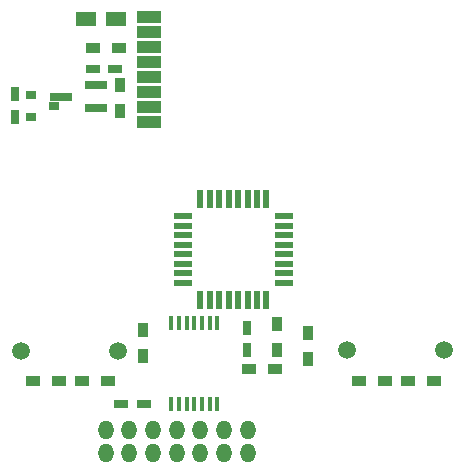
<source format=gts>
%TF.GenerationSoftware,KiCad,Pcbnew,no-vcs-found-e0b9a21~60~ubuntu16.04.1*%
%TF.CreationDate,2017-10-13T14:44:23+03:00*%
%TF.ProjectId,livolo_2_channels_1way_eu_switch,6C69766F6C6F5F325F6368616E6E656C,rev?*%
%TF.SameCoordinates,Original*%
%TF.FileFunction,Soldermask,Top*%
%TF.FilePolarity,Negative*%
%FSLAX46Y46*%
G04 Gerber Fmt 4.6, Leading zero omitted, Abs format (unit mm)*
G04 Created by KiCad (PCBNEW no-vcs-found-e0b9a21~60~ubuntu16.04.1) date Fri Oct 13 14:44:23 2017*
%MOMM*%
%LPD*%
G01*
G04 APERTURE LIST*
%ADD10R,0.900000X0.800000*%
%ADD11R,2.000000X1.000000*%
%ADD12O,1.300000X1.600000*%
%ADD13R,0.900000X1.200000*%
%ADD14C,1.500000*%
%ADD15R,0.550000X1.600000*%
%ADD16R,1.600000X0.550000*%
%ADD17R,1.200000X0.900000*%
%ADD18R,1.200000X0.750000*%
%ADD19R,1.900000X0.800000*%
%ADD20R,1.750000X1.260000*%
%ADD21R,0.750000X1.200000*%
%ADD22R,0.400000X1.200000*%
G04 APERTURE END LIST*
D10*
X127300000Y-80150000D03*
X125300000Y-81100000D03*
X125300000Y-79200000D03*
D11*
X135300000Y-72600000D03*
X135300000Y-73870000D03*
X135300000Y-75140000D03*
X135300000Y-76410000D03*
X135300000Y-77680000D03*
X135300000Y-78950000D03*
X135300000Y-80220000D03*
X135300000Y-81490000D03*
D12*
X143650000Y-107550000D03*
X143650000Y-109550000D03*
X141650000Y-107550000D03*
X141650000Y-109550000D03*
X139650000Y-107550000D03*
X139650000Y-109550000D03*
X137650000Y-107550000D03*
X137650000Y-109550000D03*
X135650000Y-107550000D03*
X135650000Y-109550000D03*
X133650000Y-107550000D03*
X133650000Y-109550000D03*
X131650000Y-107550000D03*
X131650000Y-109550000D03*
D13*
X134800000Y-101300000D03*
X134800000Y-99100000D03*
X132812000Y-78384000D03*
X132812000Y-80584000D03*
D14*
X152100000Y-100850000D03*
X160300000Y-100850000D03*
X132700000Y-100900000D03*
X124500000Y-100900000D03*
D15*
X145250000Y-96550000D03*
X144450000Y-96550000D03*
X143650000Y-96550000D03*
X142850000Y-96550000D03*
X142050000Y-96550000D03*
X141250000Y-96550000D03*
X140450000Y-96550000D03*
X139650000Y-96550000D03*
D16*
X138200000Y-95100000D03*
X138200000Y-94300000D03*
X138200000Y-93500000D03*
X138200000Y-92700000D03*
X138200000Y-91900000D03*
X138200000Y-91100000D03*
X138200000Y-90300000D03*
X138200000Y-89500000D03*
D15*
X139650000Y-88050000D03*
X140450000Y-88050000D03*
X141250000Y-88050000D03*
X142050000Y-88050000D03*
X142850000Y-88050000D03*
X143650000Y-88050000D03*
X144450000Y-88050000D03*
X145250000Y-88050000D03*
D16*
X146700000Y-89500000D03*
X146700000Y-90300000D03*
X146700000Y-91100000D03*
X146700000Y-91900000D03*
X146700000Y-92700000D03*
X146700000Y-93500000D03*
X146700000Y-94300000D03*
X146700000Y-95100000D03*
D13*
X148800000Y-101600000D03*
X148800000Y-99400000D03*
X146100000Y-100800000D03*
X146100000Y-98600000D03*
D17*
X130550000Y-75250000D03*
X132750000Y-75250000D03*
X155300000Y-103400000D03*
X153100000Y-103400000D03*
X157200000Y-103400000D03*
X159400000Y-103400000D03*
X129600000Y-103400000D03*
X131800000Y-103400000D03*
X127700000Y-103400000D03*
X125500000Y-103400000D03*
D18*
X132450000Y-77050000D03*
X130550000Y-77050000D03*
D19*
X127850000Y-79350000D03*
X130850000Y-78400000D03*
X130850000Y-80300000D03*
D20*
X129975000Y-72750000D03*
X132525000Y-72750000D03*
D21*
X143600000Y-100850000D03*
X143600000Y-98950000D03*
D17*
X143800000Y-102400000D03*
X146000000Y-102400000D03*
D22*
X137200000Y-105400000D03*
X137850000Y-105400000D03*
X138500000Y-105400000D03*
X139150000Y-105400000D03*
X139800000Y-105400000D03*
X140450000Y-105400000D03*
X141100000Y-105400000D03*
X141100000Y-98500000D03*
X140450000Y-98500000D03*
X139800000Y-98500000D03*
X139150000Y-98500000D03*
X138500000Y-98500000D03*
X137850000Y-98500000D03*
X137200000Y-98500000D03*
D18*
X134850000Y-105400000D03*
X132950000Y-105400000D03*
D21*
X124000000Y-79150000D03*
X124000000Y-81050000D03*
M02*

</source>
